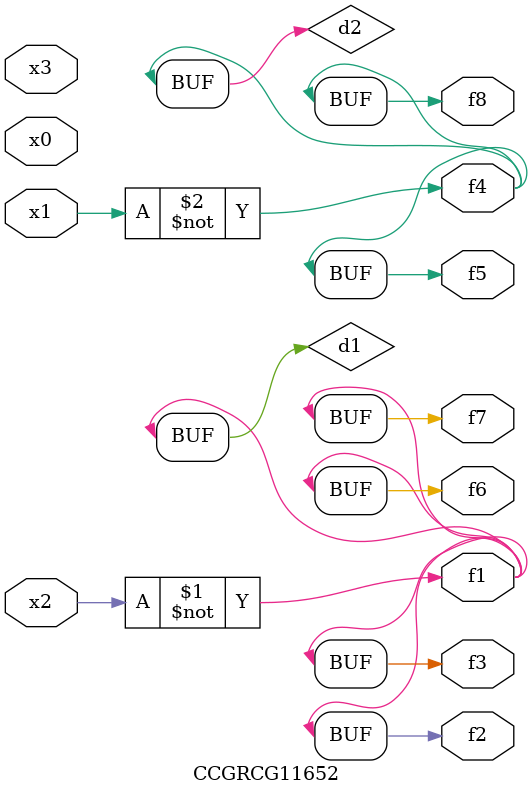
<source format=v>
module CCGRCG11652(
	input x0, x1, x2, x3,
	output f1, f2, f3, f4, f5, f6, f7, f8
);

	wire d1, d2;

	xnor (d1, x2);
	not (d2, x1);
	assign f1 = d1;
	assign f2 = d1;
	assign f3 = d1;
	assign f4 = d2;
	assign f5 = d2;
	assign f6 = d1;
	assign f7 = d1;
	assign f8 = d2;
endmodule

</source>
